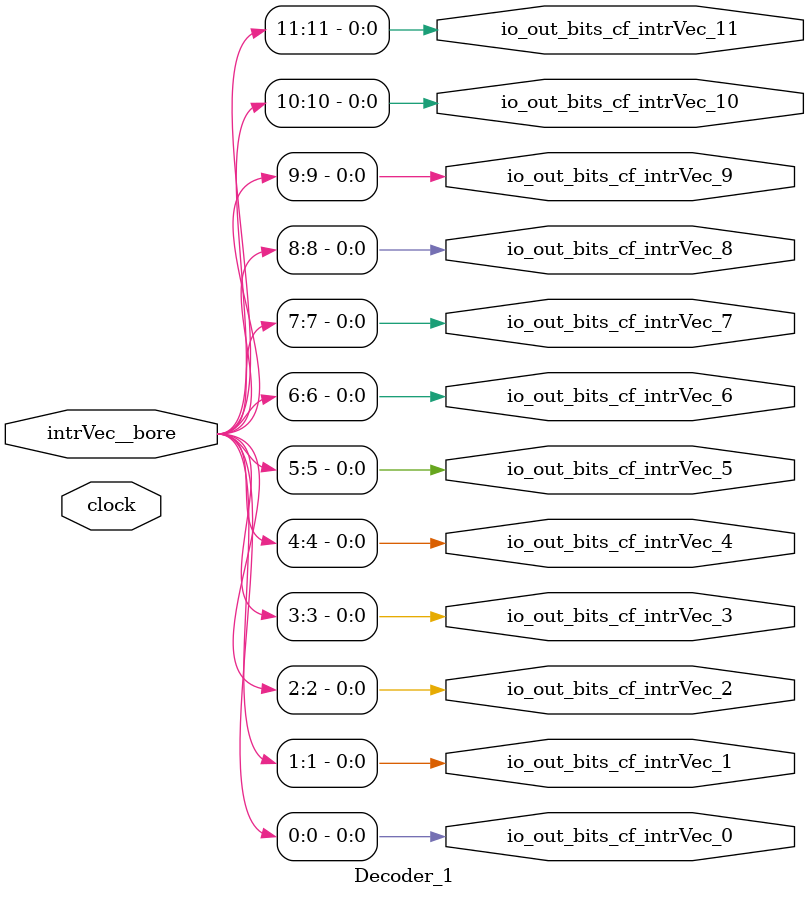
<source format=sv>
`ifndef RANDOMIZE
  `ifdef RANDOMIZE_MEM_INIT
    `define RANDOMIZE
  `endif // RANDOMIZE_MEM_INIT
`endif // not def RANDOMIZE
`ifndef RANDOMIZE
  `ifdef RANDOMIZE_REG_INIT
    `define RANDOMIZE
  `endif // RANDOMIZE_REG_INIT
`endif // not def RANDOMIZE

`ifndef RANDOM
  `define RANDOM $random
`endif // not def RANDOM

// Users can define INIT_RANDOM as general code that gets injected into the
// initializer block for modules with registers.
`ifndef INIT_RANDOM
  `define INIT_RANDOM
`endif // not def INIT_RANDOM

// If using random initialization, you can also define RANDOMIZE_DELAY to
// customize the delay used, otherwise 0.002 is used.
`ifndef RANDOMIZE_DELAY
  `define RANDOMIZE_DELAY 0.002
`endif // not def RANDOMIZE_DELAY

// Define INIT_RANDOM_PROLOG_ for use in our modules below.
`ifndef INIT_RANDOM_PROLOG_
  `ifdef RANDOMIZE
    `ifdef VERILATOR
      `define INIT_RANDOM_PROLOG_ `INIT_RANDOM
    `else  // VERILATOR
      `define INIT_RANDOM_PROLOG_ `INIT_RANDOM #`RANDOMIZE_DELAY begin end
    `endif // VERILATOR
  `else  // RANDOMIZE
    `define INIT_RANDOM_PROLOG_
  `endif // RANDOMIZE
`endif // not def INIT_RANDOM_PROLOG_

// Include register initializers in init blocks unless synthesis is set
`ifndef SYNTHESIS
  `ifndef ENABLE_INITIAL_REG_
    `define ENABLE_INITIAL_REG_
  `endif // not def ENABLE_INITIAL_REG_
`endif // not def SYNTHESIS

// Include rmemory initializers in init blocks unless synthesis is set
`ifndef SYNTHESIS
  `ifndef ENABLE_INITIAL_MEM_
    `define ENABLE_INITIAL_MEM_
  `endif // not def ENABLE_INITIAL_MEM_
`endif // not def SYNTHESIS

// Standard header to adapt well known macros for prints and assertions.

// Users can define 'PRINTF_COND' to add an extra gate to prints.
`ifndef PRINTF_COND_
  `ifdef PRINTF_COND
    `define PRINTF_COND_ (`PRINTF_COND)
  `else  // PRINTF_COND
    `define PRINTF_COND_ 1
  `endif // PRINTF_COND
`endif // not def PRINTF_COND_

// Users can define 'ASSERT_VERBOSE_COND' to add an extra gate to assert error printing.
`ifndef ASSERT_VERBOSE_COND_
  `ifdef ASSERT_VERBOSE_COND
    `define ASSERT_VERBOSE_COND_ (`ASSERT_VERBOSE_COND)
  `else  // ASSERT_VERBOSE_COND
    `define ASSERT_VERBOSE_COND_ 1
  `endif // ASSERT_VERBOSE_COND
`endif // not def ASSERT_VERBOSE_COND_

// Users can define 'STOP_COND' to add an extra gate to stop conditions.
`ifndef STOP_COND_
  `ifdef STOP_COND
    `define STOP_COND_ (`STOP_COND)
  `else  // STOP_COND
    `define STOP_COND_ 1
  `endif // STOP_COND
`endif // not def STOP_COND_

module Decoder_1(	// src/main/scala/nutcore/frontend/IDU.scala:26:7
  input         clock,	// src/main/scala/nutcore/frontend/IDU.scala:26:7
  output        io_out_bits_cf_intrVec_0,	// src/main/scala/nutcore/frontend/IDU.scala:27:14
                io_out_bits_cf_intrVec_1,	// src/main/scala/nutcore/frontend/IDU.scala:27:14
                io_out_bits_cf_intrVec_2,	// src/main/scala/nutcore/frontend/IDU.scala:27:14
                io_out_bits_cf_intrVec_3,	// src/main/scala/nutcore/frontend/IDU.scala:27:14
                io_out_bits_cf_intrVec_4,	// src/main/scala/nutcore/frontend/IDU.scala:27:14
                io_out_bits_cf_intrVec_5,	// src/main/scala/nutcore/frontend/IDU.scala:27:14
                io_out_bits_cf_intrVec_6,	// src/main/scala/nutcore/frontend/IDU.scala:27:14
                io_out_bits_cf_intrVec_7,	// src/main/scala/nutcore/frontend/IDU.scala:27:14
                io_out_bits_cf_intrVec_8,	// src/main/scala/nutcore/frontend/IDU.scala:27:14
                io_out_bits_cf_intrVec_9,	// src/main/scala/nutcore/frontend/IDU.scala:27:14
                io_out_bits_cf_intrVec_10,	// src/main/scala/nutcore/frontend/IDU.scala:27:14
                io_out_bits_cf_intrVec_11,	// src/main/scala/nutcore/frontend/IDU.scala:27:14
  input  [11:0] intrVec__bore
);

  wire [63:0] _LogPerfHelper_timer;	// difftest/src/main/scala/common/LogPerfControl.scala:60:79
  `ifndef SYNTHESIS	// src/main/scala/utils/Debug.scala:49:26
    always @(posedge clock) begin	// src/main/scala/utils/Debug.scala:49:26
      if ((`PRINTF_COND_) & 1'h0) begin	// src/main/scala/nutcore/frontend/IDU.scala:26:7, :27:14, src/main/scala/utils/Debug.scala:49:26, :50:15
        $fwrite(32'h80000002, "[%d] Decoder_1: ", _LogPerfHelper_timer);	// difftest/src/main/scala/common/LogPerfControl.scala:60:79, src/main/scala/utils/Debug.scala:49:26
        $fwrite(32'h80000002, "issue: pc %x npc %x instr %x\n", 39'h0, 39'h0, 64'h0);	// src/main/scala/nutcore/frontend/IDU.scala:26:7, :27:14, src/main/scala/utils/Debug.scala:49:26, :50:15
      end
    end // always @(posedge)
  `endif // not def SYNTHESIS
  LogPerfHelper LogPerfHelper (	// difftest/src/main/scala/common/LogPerfControl.scala:60:79
    .timer     (_LogPerfHelper_timer),
    .logEnable (/* unused */),
    .clean     (/* unused */),
    .dump      (/* unused */)
  );
  assign io_out_bits_cf_intrVec_0 = intrVec__bore[0];	// src/main/scala/nutcore/frontend/IDU.scala:26:7, :171:38
  assign io_out_bits_cf_intrVec_1 = intrVec__bore[1];	// src/main/scala/nutcore/frontend/IDU.scala:26:7, :171:38
  assign io_out_bits_cf_intrVec_2 = intrVec__bore[2];	// src/main/scala/nutcore/frontend/IDU.scala:26:7, :171:38
  assign io_out_bits_cf_intrVec_3 = intrVec__bore[3];	// src/main/scala/nutcore/frontend/IDU.scala:26:7, :171:38
  assign io_out_bits_cf_intrVec_4 = intrVec__bore[4];	// src/main/scala/nutcore/frontend/IDU.scala:26:7, :171:38
  assign io_out_bits_cf_intrVec_5 = intrVec__bore[5];	// src/main/scala/nutcore/frontend/IDU.scala:26:7, :171:38
  assign io_out_bits_cf_intrVec_6 = intrVec__bore[6];	// src/main/scala/nutcore/frontend/IDU.scala:26:7, :171:38
  assign io_out_bits_cf_intrVec_7 = intrVec__bore[7];	// src/main/scala/nutcore/frontend/IDU.scala:26:7, :171:38
  assign io_out_bits_cf_intrVec_8 = intrVec__bore[8];	// src/main/scala/nutcore/frontend/IDU.scala:26:7, :171:38
  assign io_out_bits_cf_intrVec_9 = intrVec__bore[9];	// src/main/scala/nutcore/frontend/IDU.scala:26:7, :171:38
  assign io_out_bits_cf_intrVec_10 = intrVec__bore[10];	// src/main/scala/nutcore/frontend/IDU.scala:26:7, :171:38
  assign io_out_bits_cf_intrVec_11 = intrVec__bore[11];	// src/main/scala/nutcore/frontend/IDU.scala:26:7, :171:38
endmodule


</source>
